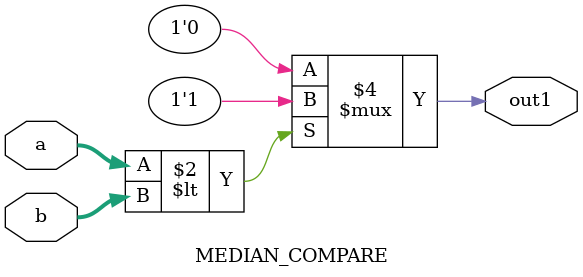
<source format=v>
module MEDIAN_COMPARE(
    a,
    b,
    out1
);

input [7:0]a, b;

output reg out1;

always@(a,b) begin
    if(a<b)
    out1=1'b1;
    else
    out1=1'b0;
end

endmodule
</source>
